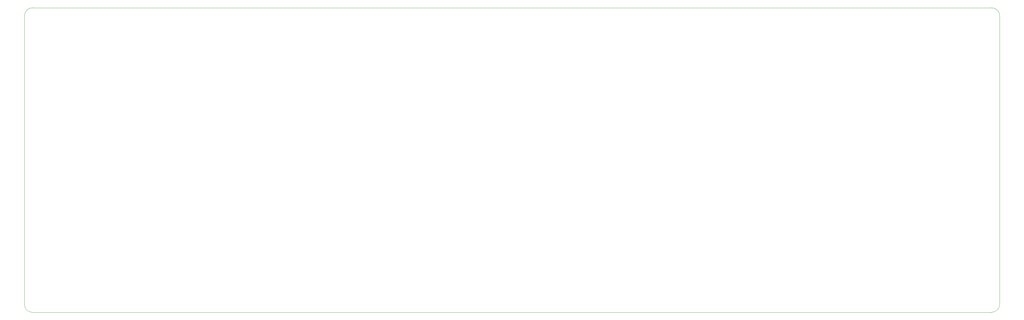
<source format=gbr>
%TF.GenerationSoftware,KiCad,Pcbnew,(5.1.5-0-10_14)*%
%TF.CreationDate,2020-02-26T21:23:44+00:00*%
%TF.ProjectId,pcb,7063622e-6b69-4636-9164-5f7063625858,rev?*%
%TF.SameCoordinates,Original*%
%TF.FileFunction,Profile,NP*%
%FSLAX46Y46*%
G04 Gerber Fmt 4.6, Leading zero omitted, Abs format (unit mm)*
G04 Created by KiCad (PCBNEW (5.1.5-0-10_14)) date 2020-02-26 21:23:44*
%MOMM*%
%LPD*%
G04 APERTURE LIST*
%ADD10C,0.050000*%
G04 APERTURE END LIST*
D10*
X318897000Y-114300000D02*
X19050000Y-114300000D01*
X321437000Y-21590000D02*
X321437000Y-111760000D01*
X318897000Y-19050000D02*
X19177000Y-19050000D01*
X318897000Y-19050000D02*
G75*
G02X321437000Y-21590000I0J-2540000D01*
G01*
X321437000Y-111760000D02*
G75*
G02X318897000Y-114300000I-2540000J0D01*
G01*
X16637000Y-111887000D02*
X16637000Y-21590000D01*
X19050000Y-114300000D02*
G75*
G02X16637000Y-111887000I0J2413000D01*
G01*
X16637000Y-21590000D02*
G75*
G02X19177000Y-19050000I2540000J0D01*
G01*
M02*

</source>
